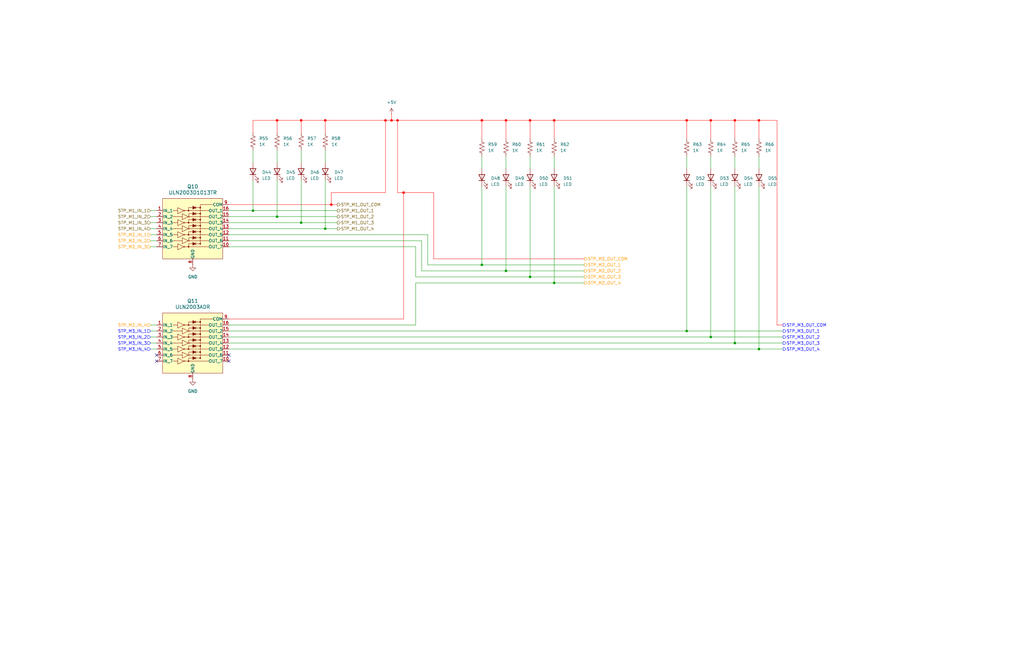
<source format=kicad_sch>
(kicad_sch (version 20231120) (generator "eeschema") (generator_version "8.0")
  (paper "B")
  (title_block (title "BATER-IA") (date "2024-11-03") (rev "001") (company "CETI") (comment 1 "Proyecto de titulacion") (comment 2 "Diseño Electronico y Sistemas Inteligentes"))
  (lib_symbols
    (symbol "Device:LED" (pin_numbers hide) (pin_names (offset 1.016) hide)
      (property "Reference" "D" (at 0 2.54 0))
      (property "Value" "LED" (at 0 -2.54 0))
      (symbol "LED_0_1"
        (polyline (pts (xy -1.27 -1.27) (xy -1.27 1.27)) (stroke (width 0.254)))
        (polyline (pts (xy -1.27 0) (xy 1.27 0)))
        (polyline (pts (xy 1.27 -1.27) (xy 1.27 1.27) (xy -1.27 0) (xy 1.27 -1.27)) (stroke (width 0.254)))
        (polyline (pts (xy -3.048 -0.762) (xy -4.572 -2.286) (xy -3.81 -2.286) (xy -4.572 -2.286) (xy -4.572 -1.524)))
        (polyline (pts (xy -1.778 -0.762) (xy -3.302 -2.286) (xy -2.54 -2.286) (xy -3.302 -2.286) (xy -3.302 -1.524)))
      )
      (symbol "LED_1_1"
        (pin passive line (at -3.81 0 0) (length 2.54) (name "K") (number "1"))
        (pin passive line (at 3.81 0 180) (length 2.54) (name "A") (number "2"))
      )
    )
    (symbol "Device:R_US" (pin_numbers hide) (pin_names (offset 0))
      (property "Reference" "R" (at 2.54 0 90))
      (property "Value" "R_US" (at -2.54 0 90))
      (symbol "R_US_0_1"
        (polyline (pts (xy 0 -2.286) (xy 0 -2.54)))
        (polyline (pts (xy 0 2.286) (xy 0 2.54)))
        (polyline (pts (xy 0 -0.762) (xy 1.016 -1.143) (xy 0 -1.524) (xy -1.016 -1.905) (xy 0 -2.286)))
        (polyline (pts (xy 0 0.762) (xy 1.016 0.381) (xy 0 0) (xy -1.016 -0.381) (xy 0 -0.762)))
        (polyline (pts (xy 0 2.286) (xy 1.016 1.905) (xy 0 1.524) (xy -1.016 1.143) (xy 0 0.762)))
      )
      (symbol "R_US_1_1"
        (pin passive line (at 0 3.81 270) (length 1.27) (name "~") (number "1"))
        (pin passive line (at 0 -3.81 90) (length 1.27) (name "~") (number "2"))
      )
    )
    (symbol "dk_Transistors-Bipolar-BJT-Arrays:ULN2003ADR" (pin_names (offset 0.0254))
      (property "Reference" "Q" (at -11.557 13.716 0))
      (property "Value" "ULN2003ADR" (at 0.6858 -13.716 0))
      (symbol "ULN2003ADR_0_1"
        (polyline (pts (xy -7.62 -7.62) (xy -8.382 -7.62)))
        (polyline (pts (xy -7.62 -5.08) (xy -8.382 -5.08)))
        (polyline (pts (xy -7.62 -2.54) (xy -8.382 -2.54)))
        (polyline (pts (xy -7.62 2.54) (xy -8.382 2.54)))
        (polyline (pts (xy -7.62 5.08) (xy -8.382 5.08)))
        (polyline (pts (xy -7.62 7.62) (xy -8.382 7.62)))
        (polyline (pts (xy -7.366 0) (xy -8.382 0)))
        (polyline (pts (xy 5.08 -5.08) (xy 6.858 -5.08)))
        (polyline (pts (xy 5.08 -2.54) (xy 6.858 -2.54)))
        (polyline (pts (xy 5.08 0) (xy 6.858 0)))
        (polyline (pts (xy 5.08 2.54) (xy 6.858 2.54)))
        (polyline (pts (xy 5.08 5.08) (xy 6.858 5.08)))
        (polyline (pts (xy 5.08 7.62) (xy 6.858 7.62)))
        (polyline (pts (xy 5.08 10.16) (xy 7.62 10.16)))
        (polyline (pts (xy 5.334 -7.62) (xy 6.858 -7.62)))
        (polyline (pts (xy 7.62 10.16) (xy 8.636 10.16)))
      )
      (symbol "ULN2003ADR_1_1"
        (rectangle (start -12.7 12.7) (end 12.7 -12.7) (fill (type background)))
        (circle (center -3.556 -7.62) (radius 0.254))
        (circle (center -3.556 -2.54) (radius 0.254))
        (circle (center -3.556 2.54) (radius 0.254))
        (circle (center -3.556 7.62) (radius 0.254))
        (circle (center -1.778 -7.62) (radius 0.254) (fill (type outline)))
        (circle (center -1.778 -2.54) (radius 0.254) (fill (type outline)))
        (circle (center -1.778 2.54) (radius 0.254) (fill (type outline)))
        (circle (center -1.778 7.62) (radius 0.254) (fill (type outline)))
        (circle (center -1.651 -5.08) (radius 0.254))
        (circle (center -1.651 0) (radius 0.254))
        (circle (center -1.651 5.08) (radius 0.254))
        (polyline (pts (xy -7.62 -5.08) (xy -4.445 -5.08)))
        (polyline (pts (xy -7.62 5.08) (xy -4.445 5.08)))
        (polyline (pts (xy -7.493 0) (xy -4.445 0)))
        (polyline (pts (xy -6.35 -7.62) (xy -7.62 -7.62)))
        (polyline (pts (xy -6.35 -2.54) (xy -7.62 -2.54)))
        (polyline (pts (xy -6.35 2.54) (xy -7.62 2.54)))
        (polyline (pts (xy -6.35 7.62) (xy -7.62 7.62)))
        (polyline (pts (xy -3.302 -7.62) (xy 5.334 -7.62)))
        (polyline (pts (xy -3.302 -2.54) (xy 5.08 -2.54)))
        (polyline (pts (xy -3.302 2.54) (xy 5.08 2.54)))
        (polyline (pts (xy -3.302 7.62) (xy -3.048 7.62)))
        (polyline (pts (xy -3.048 7.62) (xy 5.08 7.62)))
        (polyline (pts (xy -1.397 -5.08) (xy 5.08 -5.08)))
        (polyline (pts (xy -1.397 0) (xy 5.08 0)))
        (polyline (pts (xy -1.397 5.08) (xy 5.08 5.08)))
        (polyline (pts (xy 1.27 -5.715) (xy 1.27 -6.985)))
        (polyline (pts (xy 1.27 -3.81) (xy 3.175 -3.81)))
        (polyline (pts (xy 1.27 -3.175) (xy 1.27 -4.445)))
        (polyline (pts (xy 1.27 -1.27) (xy 3.175 -1.27)))
        (polyline (pts (xy 1.27 -0.635) (xy 1.27 -1.905)))
        (polyline (pts (xy 1.27 1.27) (xy 3.175 1.27)))
        (polyline (pts (xy 1.27 1.905) (xy 1.27 0.635)))
        (polyline (pts (xy 1.27 3.81) (xy 3.175 3.81)))
        (polyline (pts (xy 1.27 4.445) (xy 1.27 3.175)))
        (polyline (pts (xy 1.27 6.35) (xy 3.175 6.35)))
        (polyline (pts (xy 1.27 6.985) (xy 1.27 5.715)))
        (polyline (pts (xy 1.27 8.89) (xy 3.175 8.89)))
        (polyline (pts (xy 1.27 9.525) (xy 1.27 8.255)))
        (polyline (pts (xy 3.175 -6.35) (xy 1.27 -6.35)))
        (polyline (pts (xy -1.778 -7.62) (xy -1.778 -6.35) (xy 0 -6.35)))
        (polyline (pts (xy -1.778 -2.54) (xy -1.778 -1.27) (xy 0 -1.27)))
        (polyline (pts (xy -1.778 2.54) (xy -1.778 3.81) (xy 0 3.81)))
        (polyline (pts (xy -1.651 -4.826) (xy -1.651 -3.81) (xy 0 -3.81)))
        (polyline (pts (xy -1.651 0.254) (xy -1.651 1.27) (xy 0.127 1.27)))
        (polyline (pts (xy -1.651 5.334) (xy -1.651 6.35) (xy 0.127 6.35)))
        (polyline (pts (xy 0 8.89) (xy -1.778 8.89) (xy -1.778 7.62)))
        (polyline (pts (xy 3.175 -6.35) (xy 3.175 10.16) (xy 5.08 10.16)))
        (polyline (pts (xy -6.35 -6.35) (xy -6.35 -8.89) (xy -3.81 -7.62) (xy -6.35 -6.35)))
        (polyline (pts (xy -6.35 -1.27) (xy -6.35 -3.81) (xy -3.81 -2.54) (xy -6.35 -1.27)))
        (polyline (pts (xy -6.35 3.81) (xy -6.35 1.27) (xy -3.81 2.54) (xy -6.35 3.81)))
        (polyline (pts (xy -6.35 8.89) (xy -6.35 6.35) (xy -3.81 7.62) (xy -6.35 8.89)))
        (polyline (pts (xy -4.445 -3.81) (xy -4.445 -6.35) (xy -1.905 -5.08) (xy -4.445 -3.81)))
        (polyline (pts (xy -4.445 1.27) (xy -4.445 -1.27) (xy -1.905 0) (xy -4.445 1.27)))
        (polyline (pts (xy -4.445 6.35) (xy -4.445 3.81) (xy -1.905 5.08) (xy -4.445 6.35)))
        (polyline (pts (xy 0 -5.715) (xy 0 -6.985) (xy 1.27 -6.35) (xy 0 -5.715)) (fill (type outline)))
        (polyline (pts (xy 0 -3.175) (xy 0 -4.445) (xy 1.27 -3.81) (xy 0 -3.175)) (fill (type outline)))
        (polyline (pts (xy 0 -0.635) (xy 0 -1.905) (xy 1.27 -1.27) (xy 0 -0.635)) (fill (type outline)))
        (polyline (pts (xy 0 1.905) (xy 0 0.635) (xy 1.27 1.27) (xy 0 1.905)) (fill (type outline)))
        (polyline (pts (xy 0 4.445) (xy 0 3.175) (xy 1.27 3.81) (xy 0 4.445)) (fill (type outline)))
        (polyline (pts (xy 0 6.985) (xy 0 5.715) (xy 1.27 6.35) (xy 0 6.985)) (fill (type outline)))
        (polyline (pts (xy 0 9.525) (xy 0 8.255) (xy 1.27 8.89) (xy 0 9.525)) (fill (type outline)))
        (circle (center 3.175 -6.35) (radius 0.254) (fill (type outline)))
        (circle (center 3.175 -3.81) (radius 0.254) (fill (type outline)))
        (circle (center 3.175 -1.27) (radius 0.254) (fill (type outline)))
        (circle (center 3.175 1.27) (radius 0.254) (fill (type outline)))
        (circle (center 3.175 3.81) (radius 0.254) (fill (type outline)))
        (circle (center 3.175 6.35) (radius 0.254) (fill (type outline)))
        (circle (center 3.175 8.89) (radius 0.254) (fill (type outline)))
        (pin input line (at -15.24 7.62 0) (length 2.54) (name "IN_1") (number "1"))
        (pin output line (at 15.24 -7.62 180) (length 2.54) (name "OUT_7") (number "10"))
        (pin output line (at 15.24 -5.08 180) (length 2.54) (name "OUT_6") (number "11"))
        (pin output line (at 15.24 -2.54 180) (length 2.54) (name "OUT_5") (number "12"))
        (pin output line (at 15.24 0 180) (length 2.54) (name "OUT_4") (number "13"))
        (pin output line (at 15.24 2.54 180) (length 2.54) (name "OUT_3") (number "14"))
        (pin output line (at 15.24 5.08 180) (length 2.54) (name "OUT_2") (number "15"))
        (pin output line (at 15.24 7.62 180) (length 2.54) (name "OUT_1") (number "16"))
        (pin input line (at -15.24 5.08 0) (length 2.54) (name "IN_2") (number "2"))
        (pin input line (at -15.24 2.54 0) (length 2.54) (name "IN_3") (number "3"))
        (pin input line (at -15.24 0 0) (length 2.54) (name "IN_4") (number "4"))
        (pin input line (at -15.24 -2.54 0) (length 2.54) (name "IN_5") (number "5"))
        (pin input line (at -15.24 -5.08 0) (length 2.54) (name "IN_6") (number "6"))
        (pin input line (at -15.24 -7.62 0) (length 2.54) (name "IN_7") (number "7"))
        (pin power_in line (at 0 -15.24 90) (length 2.54) (name "GND") (number "8"))
        (pin output line (at 15.24 10.16 180) (length 2.54) (name "COM") (number "9"))
      )
    )
    (symbol "dk_Transistors-Bipolar-BJT-Arrays:ULN2003D1013TR" (pin_names (offset 0.0254))
      (property "Reference" "Q" (at -12.7254 13.8176 0))
      (property "Value" "ULN2003D1013TR" (at 0.1778 -13.97 0))
      (symbol "ULN2003D1013TR_0_1"
        (polyline (pts (xy -7.62 -7.62) (xy -8.382 -7.62)))
        (polyline (pts (xy -7.62 -5.08) (xy -8.382 -5.08)))
        (polyline (pts (xy -7.62 -2.54) (xy -8.382 -2.54)))
        (polyline (pts (xy -7.62 2.54) (xy -8.382 2.54)))
        (polyline (pts (xy -7.62 5.08) (xy -8.382 5.08)))
        (polyline (pts (xy -7.62 7.62) (xy -8.382 7.62)))
        (polyline (pts (xy -7.366 0) (xy -8.382 0)))
        (polyline (pts (xy 5.08 -5.08) (xy 6.858 -5.08)))
        (polyline (pts (xy 5.08 -2.54) (xy 6.858 -2.54)))
        (polyline (pts (xy 5.08 0) (xy 6.858 0)))
        (polyline (pts (xy 5.08 2.54) (xy 6.858 2.54)))
        (polyline (pts (xy 5.08 5.08) (xy 6.858 5.08)))
        (polyline (pts (xy 5.08 7.62) (xy 6.858 7.62)))
        (polyline (pts (xy 5.08 10.16) (xy 8.382 10.16)))
        (polyline (pts (xy 5.334 -7.62) (xy 6.858 -7.62)))
      )
      (symbol "ULN2003D1013TR_1_1"
        (rectangle (start -12.7 12.7) (end 12.7 -12.7254) (fill (type background)))
        (circle (center -3.556 -7.62) (radius 0.254))
        (circle (center -3.556 -2.54) (radius 0.254))
        (circle (center -3.556 2.54) (radius 0.254))
        (circle (center -3.556 7.62) (radius 0.254))
        (circle (center -1.778 -7.62) (radius 0.254) (fill (type outline)))
        (circle (center -1.778 -2.54) (radius 0.254) (fill (type outline)))
        (circle (center -1.778 2.54) (radius 0.254) (fill (type outline)))
        (circle (center -1.778 7.62) (radius 0.254) (fill (type outline)))
        (circle (center -1.651 -5.08) (radius 0.254))
        (circle (center -1.651 0) (radius 0.254))
        (circle (center -1.651 5.08) (radius 0.254))
        (polyline (pts (xy -7.62 -5.08) (xy -4.445 -5.08)))
        (polyline (pts (xy -7.62 5.08) (xy -4.445 5.08)))
        (polyline (pts (xy -7.493 0) (xy -4.445 0)))
        (polyline (pts (xy -6.35 -7.62) (xy -7.62 -7.62)))
        (polyline (pts (xy -6.35 -2.54) (xy -7.62 -2.54)))
        (polyline (pts (xy -6.35 2.54) (xy -7.62 2.54)))
        (polyline (pts (xy -6.35 7.62) (xy -7.62 7.62)))
        (polyline (pts (xy -3.302 -7.62) (xy 5.334 -7.62)))
        (polyline (pts (xy -3.302 -2.54) (xy 5.08 -2.54)))
        (polyline (pts (xy -3.302 2.54) (xy 5.08 2.54)))
        (polyline (pts (xy -3.302 7.62) (xy -3.048 7.62)))
        (polyline (pts (xy -3.048 7.62) (xy 5.08 7.62)))
        (polyline (pts (xy -1.397 -5.08) (xy 5.08 -5.08)))
        (polyline (pts (xy -1.397 0) (xy 5.08 0)))
        (polyline (pts (xy -1.397 5.08) (xy 5.08 5.08)))
        (polyline (pts (xy 1.27 -5.715) (xy 1.27 -6.985)))
        (polyline (pts (xy 1.27 -3.81) (xy 3.175 -3.81)))
        (polyline (pts (xy 1.27 -3.175) (xy 1.27 -4.445)))
        (polyline (pts (xy 1.27 -1.27) (xy 3.175 -1.27)))
        (polyline (pts (xy 1.27 -0.635) (xy 1.27 -1.905)))
        (polyline (pts (xy 1.27 1.27) (xy 3.175 1.27)))
        (polyline (pts (xy 1.27 1.905) (xy 1.27 0.635)))
        (polyline (pts (xy 1.27 3.81) (xy 3.175 3.81)))
        (polyline (pts (xy 1.27 4.445) (xy 1.27 3.175)))
        (polyline (pts (xy 1.27 6.35) (xy 3.175 6.35)))
        (polyline (pts (xy 1.27 6.985) (xy 1.27 5.715)))
        (polyline (pts (xy 1.27 8.89) (xy 3.175 8.89)))
        (polyline (pts (xy 1.27 9.525) (xy 1.27 8.255)))
        (polyline (pts (xy 3.175 -6.35) (xy 1.27 -6.35)))
        (polyline (pts (xy -1.778 -7.62) (xy -1.778 -6.35) (xy 0 -6.35)))
        (polyline (pts (xy -1.778 -2.54) (xy -1.778 -1.27) (xy 0 -1.27)))
        (polyline (pts (xy -1.778 2.54) (xy -1.778 3.81) (xy 0 3.81)))
        (polyline (pts (xy -1.651 -4.826) (xy -1.651 -3.81) (xy 0 -3.81)))
        (polyline (pts (xy -1.651 0.254) (xy -1.651 1.27) (xy 0.127 1.27)))
        (polyline (pts (xy -1.651 5.334) (xy -1.651 6.35) (xy 0.127 6.35)))
        (polyline (pts (xy 0 8.89) (xy -1.778 8.89) (xy -1.778 7.62)))
        (polyline (pts (xy 3.175 -6.35) (xy 3.175 10.16) (xy 5.08 10.16)))
        (polyline (pts (xy -6.35 -6.35) (xy -6.35 -8.89) (xy -3.81 -7.62) (xy -6.35 -6.35)))
        (polyline (pts (xy -6.35 -1.27) (xy -6.35 -3.81) (xy -3.81 -2.54) (xy -6.35 -1.27)))
        (polyline (pts (xy -6.35 3.81) (xy -6.35 1.27) (xy -3.81 2.54) (xy -6.35 3.81)))
        (polyline (pts (xy -6.35 8.89) (xy -6.35 6.35) (xy -3.81 7.62) (xy -6.35 8.89)))
        (polyline (pts (xy -4.445 -3.81) (xy -4.445 -6.35) (xy -1.905 -5.08) (xy -4.445 -3.81)))
        (polyline (pts (xy -4.445 1.27) (xy -4.445 -1.27) (xy -1.905 0) (xy -4.445 1.27)))
        (polyline (pts (xy -4.445 6.35) (xy -4.445 3.81) (xy -1.905 5.08) (xy -4.445 6.35)))
        (polyline (pts (xy 0 -5.715) (xy 0 -6.985) (xy 1.27 -6.35) (xy 0 -5.715)) (fill (type outline)))
        (polyline (pts (xy 0 -3.175) (xy 0 -4.445) (xy 1.27 -3.81) (xy 0 -3.175)) (fill (type outline)))
        (polyline (pts (xy 0 -0.635) (xy 0 -1.905) (xy 1.27 -1.27) (xy 0 -0.635)) (fill (type outline)))
        (polyline (pts (xy 0 1.905) (xy 0 0.635) (xy 1.27 1.27) (xy 0 1.905)) (fill (type outline)))
        (polyline (pts (xy 0 4.445) (xy 0 3.175) (xy 1.27 3.81) (xy 0 4.445)) (fill (type outline)))
        (polyline (pts (xy 0 6.985) (xy 0 5.715) (xy 1.27 6.35) (xy 0 6.985)) (fill (type outline)))
        (polyline (pts (xy 0 9.525) (xy 0 8.255) (xy 1.27 8.89) (xy 0 9.525)) (fill (type outline)))
        (circle (center 3.175 -6.35) (radius 0.254) (fill (type outline)))
        (circle (center 3.175 -3.81) (radius 0.254) (fill (type outline)))
        (circle (center 3.175 -1.27) (radius 0.254) (fill (type outline)))
        (circle (center 3.175 1.27) (radius 0.254) (fill (type outline)))
        (circle (center 3.175 3.81) (radius 0.254) (fill (type outline)))
        (circle (center 3.175 6.35) (radius 0.254) (fill (type outline)))
        (circle (center 3.175 8.89) (radius 0.254) (fill (type outline)))
        (pin input line (at -15.24 7.62 0) (length 2.54) (name "IN_1") (number "1"))
        (pin output line (at 15.24 -7.62 180) (length 2.54) (name "OUT_7") (number "10"))
        (pin output line (at 15.24 -5.08 180) (length 2.54) (name "OUT_6") (number "11"))
        (pin output line (at 15.24 -2.54 180) (length 2.54) (name "OUT_5") (number "12"))
        (pin output line (at 15.24 0 180) (length 2.54) (name "OUT_4") (number "13"))
        (pin output line (at 15.24 2.54 180) (length 2.54) (name "OUT_3") (number "14"))
        (pin output line (at 15.24 5.08 180) (length 2.54) (name "OUT_2") (number "15"))
        (pin output line (at 15.24 7.62 180) (length 2.54) (name "OUT_1") (number "16"))
        (pin input line (at -15.24 5.08 0) (length 2.54) (name "IN_2") (number "2"))
        (pin input line (at -15.24 2.54 0) (length 2.54) (name "IN_3") (number "3"))
        (pin input line (at -15.24 0 0) (length 2.54) (name "IN_4") (number "4"))
        (pin input line (at -15.24 -2.54 0) (length 2.54) (name "IN_5") (number "5"))
        (pin input line (at -15.24 -5.08 0) (length 2.54) (name "IN_6") (number "6"))
        (pin input line (at -15.24 -7.62 0) (length 2.54) (name "IN_7") (number "7"))
        (pin power_in line (at 0 -15.24 90) (length 2.54) (name "GND") (number "8"))
        (pin output line (at 15.24 10.16 180) (length 2.54) (name "COM") (number "9"))
      )
    )
    (symbol "power:+5V" (power) (pin_numbers hide) (pin_names (offset 0) hide)
      (property "Value" "+5V" (at 0 3.556 0))
      (symbol "+5V_0_1"
        (polyline (pts (xy -0.762 1.27) (xy 0 2.54)))
        (polyline (pts (xy 0 0) (xy 0 2.54)))
        (polyline (pts (xy 0 2.54) (xy 0.762 1.27)))
      )
      (symbol "+5V_1_1"
        (pin power_in line (at 0 0 90) (length 0) (name "~") (number "1"))
      )
    )
    (symbol "power:GND" (power) (pin_numbers hide) (pin_names (offset 0) hide)
      (property "Value" "GND" (at 0 -3.81 0))
      (symbol "GND_0_1"
        (polyline (pts (xy 0 0) (xy 0 -1.27) (xy 1.27 -1.27) (xy 0 -2.54) (xy -1.27 -1.27) (xy 0 -1.27)))
      )
      (symbol "GND_1_1"
        (pin power_in line (at 0 0 270) (length 0) (name "~") (number "1"))
      )
    )
  )
  (junction (at 127 93.98))
  (junction (at 167.64 50.8) (color 255 0 0 1))
  (junction (at 233.68 119.38))
  (junction (at 309.88 50.8) (color 255 0 0 1))
  (junction (at 289.56 50.8) (color 255 0 0 1))
  (junction (at 309.88 144.78))
  (junction (at 233.68 50.8) (color 255 0 0 1))
  (junction (at 320.04 147.32))
  (junction (at 162.56 50.8) (color 255 0 0 1))
  (junction (at 299.72 50.8) (color 255 0 0 1))
  (junction (at 299.72 142.24))
  (junction (at 137.16 96.52))
  (junction (at 289.56 139.7))
  (junction (at 127 50.8) (color 255 0 0 1))
  (junction (at 203.2 50.8) (color 255 0 0 1))
  (junction (at 106.68 88.9))
  (junction (at 223.52 50.8) (color 255 0 0 1))
  (junction (at 137.16 50.8) (color 255 0 0 1))
  (junction (at 139.7 86.36) (color 255 0 0 1))
  (junction (at 203.2 111.76))
  (junction (at 116.84 50.8) (color 255 0 0 1))
  (junction (at 213.36 50.8) (color 255 0 0 1))
  (junction (at 116.84 91.44))
  (junction (at 170.18 81.28) (color 255 0 0 1))
  (junction (at 213.36 114.3))
  (junction (at 165.1 50.8) (color 255 0 0 1))
  (junction (at 320.04 50.8) (color 255 0 0 1))
  (junction (at 223.52 116.84))
  (no_connect (at 66.04 149.86))
  (no_connect (at 66.04 152.4))
  (no_connect (at 96.52 149.86))
  (no_connect (at 96.52 152.4))
  (wire (pts (xy 223.52 78.74) (xy 223.52 116.84)))
  (wire (pts (xy 165.1 48.26) (xy 165.1 50.8)) (stroke (width 0) (color 255 0 0 1)))
  (wire (pts (xy 213.36 78.74) (xy 213.36 114.3)))
  (wire (pts (xy 233.68 78.74) (xy 233.68 119.38)))
  (wire (pts (xy 106.68 76.2) (xy 106.68 88.9)))
  (wire (pts (xy 167.64 50.8) (xy 203.2 50.8)) (stroke (width 0) (color 255 0 0 1)))
  (wire (pts (xy 175.26 137.16) (xy 175.26 119.38)))
  (wire (pts (xy 139.7 86.36) (xy 139.7 81.28)) (stroke (width 0) (color 255 0 0 1)))
  (wire (pts (xy 289.56 50.8) (xy 299.72 50.8)) (stroke (width 0) (color 255 0 0 1)))
  (wire (pts (xy 63.5 104.14) (xy 66.04 104.14)))
  (wire (pts (xy 203.2 111.76) (xy 246.38 111.76)))
  (wire (pts (xy 127 50.8) (xy 137.16 50.8)) (stroke (width 0) (color 255 0 0 1)))
  (wire (pts (xy 299.72 78.74) (xy 299.72 142.24)))
  (wire (pts (xy 63.5 91.44) (xy 66.04 91.44)))
  (wire (pts (xy 63.5 93.98) (xy 66.04 93.98)))
  (wire (pts (xy 309.88 144.78) (xy 330.2 144.78)))
  (wire (pts (xy 203.2 66.04) (xy 203.2 71.12)))
  (wire (pts (xy 170.18 81.28) (xy 167.64 81.28)) (stroke (width 0) (color 255 0 0 1)))
  (wire (pts (xy 63.5 88.9) (xy 66.04 88.9)))
  (wire (pts (xy 116.84 76.2) (xy 116.84 91.44)))
  (wire (pts (xy 137.16 63.5) (xy 137.16 68.58)))
  (wire (pts (xy 116.84 63.5) (xy 116.84 68.58)))
  (wire (pts (xy 246.38 109.22) (xy 182.88 109.22)) (stroke (width 0) (color 255 0 0 1)))
  (wire (pts (xy 203.2 78.74) (xy 203.2 111.76)))
  (wire (pts (xy 309.88 50.8) (xy 320.04 50.8)) (stroke (width 0) (color 255 0 0 1)))
  (wire (pts (xy 137.16 50.8) (xy 137.16 55.88)) (stroke (width 0) (color 255 0 0 1)))
  (wire (pts (xy 330.2 137.16) (xy 327.66 137.16)) (stroke (width 0) (color 255 0 0 1)))
  (wire (pts (xy 96.52 88.9) (xy 106.68 88.9)))
  (wire (pts (xy 96.52 142.24) (xy 299.72 142.24)))
  (wire (pts (xy 223.52 66.04) (xy 223.52 71.12)))
  (wire (pts (xy 127 50.8) (xy 127 55.88)) (stroke (width 0) (color 255 0 0 1)))
  (wire (pts (xy 137.16 76.2) (xy 137.16 96.52)))
  (wire (pts (xy 180.34 111.76) (xy 203.2 111.76)))
  (wire (pts (xy 299.72 50.8) (xy 299.72 58.42)) (stroke (width 0) (color 255 0 0 1)))
  (wire (pts (xy 177.8 114.3) (xy 177.8 101.6)))
  (wire (pts (xy 139.7 81.28) (xy 162.56 81.28)) (stroke (width 0) (color 255 0 0 1)))
  (wire (pts (xy 96.52 144.78) (xy 309.88 144.78)))
  (wire (pts (xy 139.7 86.36) (xy 142.24 86.36)) (stroke (width 0) (color 255 0 0 1)))
  (wire (pts (xy 223.52 50.8) (xy 223.52 58.42)) (stroke (width 0) (color 255 0 0 1)))
  (wire (pts (xy 165.1 50.8) (xy 167.64 50.8)) (stroke (width 0) (color 255 0 0 1)))
  (wire (pts (xy 96.52 104.14) (xy 175.26 104.14)))
  (wire (pts (xy 63.5 99.06) (xy 66.04 99.06)))
  (wire (pts (xy 63.5 101.6) (xy 66.04 101.6)))
  (wire (pts (xy 320.04 147.32) (xy 330.2 147.32)))
  (wire (pts (xy 127 76.2) (xy 127 93.98)))
  (wire (pts (xy 175.26 119.38) (xy 233.68 119.38)))
  (wire (pts (xy 127 93.98) (xy 142.24 93.98)))
  (wire (pts (xy 96.52 93.98) (xy 127 93.98)))
  (wire (pts (xy 203.2 50.8) (xy 213.36 50.8)) (stroke (width 0) (color 255 0 0 1)))
  (wire (pts (xy 289.56 139.7) (xy 330.2 139.7)))
  (wire (pts (xy 96.52 139.7) (xy 289.56 139.7)))
  (wire (pts (xy 116.84 50.8) (xy 127 50.8)) (stroke (width 0) (color 255 0 0 1)))
  (wire (pts (xy 320.04 78.74) (xy 320.04 147.32)))
  (wire (pts (xy 299.72 66.04) (xy 299.72 71.12)))
  (wire (pts (xy 309.88 50.8) (xy 309.88 58.42)) (stroke (width 0) (color 255 0 0 1)))
  (wire (pts (xy 106.68 88.9) (xy 142.24 88.9)))
  (wire (pts (xy 63.5 96.52) (xy 66.04 96.52)))
  (wire (pts (xy 167.64 50.8) (xy 167.64 81.28)) (stroke (width 0) (color 255 0 0 1)))
  (wire (pts (xy 213.36 66.04) (xy 213.36 71.12)))
  (wire (pts (xy 320.04 50.8) (xy 320.04 58.42)) (stroke (width 0) (color 255 0 0 1)))
  (wire (pts (xy 137.16 50.8) (xy 162.56 50.8)) (stroke (width 0) (color 255 0 0 1)))
  (wire (pts (xy 96.52 137.16) (xy 175.26 137.16)))
  (wire (pts (xy 299.72 50.8) (xy 309.88 50.8)) (stroke (width 0) (color 255 0 0 1)))
  (wire (pts (xy 309.88 78.74) (xy 309.88 144.78)))
  (wire (pts (xy 116.84 91.44) (xy 142.24 91.44)))
  (wire (pts (xy 213.36 50.8) (xy 213.36 58.42)) (stroke (width 0) (color 255 0 0 1)))
  (wire (pts (xy 63.5 147.32) (xy 66.04 147.32)))
  (wire (pts (xy 233.68 50.8) (xy 289.56 50.8)) (stroke (width 0) (color 255 0 0 1)))
  (wire (pts (xy 165.1 50.8) (xy 162.56 50.8)) (stroke (width 0) (color 255 0 0 1)))
  (wire (pts (xy 327.66 50.8) (xy 320.04 50.8)) (stroke (width 0) (color 255 0 0 1)))
  (wire (pts (xy 327.66 137.16) (xy 327.66 50.8)) (stroke (width 0) (color 255 0 0 1)))
  (wire (pts (xy 116.84 50.8) (xy 116.84 55.88)) (stroke (width 0) (color 255 0 0 1)))
  (wire (pts (xy 180.34 99.06) (xy 180.34 111.76)))
  (wire (pts (xy 137.16 96.52) (xy 142.24 96.52)))
  (wire (pts (xy 213.36 50.8) (xy 223.52 50.8)) (stroke (width 0) (color 255 0 0 1)))
  (wire (pts (xy 320.04 66.04) (xy 320.04 71.12)))
  (wire (pts (xy 96.52 147.32) (xy 320.04 147.32)))
  (wire (pts (xy 223.52 50.8) (xy 233.68 50.8)) (stroke (width 0) (color 255 0 0 1)))
  (wire (pts (xy 223.52 116.84) (xy 246.38 116.84)))
  (wire (pts (xy 182.88 81.28) (xy 170.18 81.28)) (stroke (width 0) (color 255 0 0 1)))
  (wire (pts (xy 233.68 50.8) (xy 233.68 58.42)) (stroke (width 0) (color 255 0 0 1)))
  (wire (pts (xy 246.38 114.3) (xy 213.36 114.3)))
  (wire (pts (xy 96.52 134.62) (xy 170.18 134.62)) (stroke (width 0) (color 255 0 0 1)))
  (wire (pts (xy 96.52 101.6) (xy 177.8 101.6)))
  (wire (pts (xy 63.5 139.7) (xy 66.04 139.7)))
  (wire (pts (xy 127 63.5) (xy 127 68.58)))
  (wire (pts (xy 289.56 78.74) (xy 289.56 139.7)))
  (wire (pts (xy 63.5 137.16) (xy 66.04 137.16)))
  (wire (pts (xy 175.26 104.14) (xy 175.26 116.84)))
  (wire (pts (xy 213.36 114.3) (xy 177.8 114.3)))
  (wire (pts (xy 309.88 66.04) (xy 309.88 71.12)))
  (wire (pts (xy 63.5 144.78) (xy 66.04 144.78)))
  (wire (pts (xy 233.68 66.04) (xy 233.68 71.12)))
  (wire (pts (xy 63.5 142.24) (xy 66.04 142.24)))
  (wire (pts (xy 106.68 50.8) (xy 116.84 50.8)) (stroke (width 0) (color 255 0 0 1)))
  (wire (pts (xy 203.2 50.8) (xy 203.2 58.42)) (stroke (width 0) (color 255 0 0 1)))
  (wire (pts (xy 162.56 81.28) (xy 162.56 50.8)) (stroke (width 0) (color 255 0 0 1)))
  (wire (pts (xy 170.18 81.28) (xy 170.18 134.62)) (stroke (width 0) (color 255 0 0 1)))
  (wire (pts (xy 175.26 116.84) (xy 223.52 116.84)))
  (wire (pts (xy 96.52 91.44) (xy 116.84 91.44)))
  (wire (pts (xy 233.68 119.38) (xy 246.38 119.38)))
  (wire (pts (xy 96.52 86.36) (xy 139.7 86.36)) (stroke (width 0) (color 255 0 0 1)))
  (wire (pts (xy 96.52 96.52) (xy 137.16 96.52)))
  (wire (pts (xy 289.56 66.04) (xy 289.56 71.12)))
  (wire (pts (xy 106.68 63.5) (xy 106.68 68.58)))
  (wire (pts (xy 106.68 50.8) (xy 106.68 55.88)) (stroke (width 0) (color 255 0 0 1)))
  (wire (pts (xy 299.72 142.24) (xy 330.2 142.24)))
  (wire (pts (xy 96.52 99.06) (xy 180.34 99.06)))
  (wire (pts (xy 289.56 50.8) (xy 289.56 58.42)) (stroke (width 0) (color 255 0 0 1)))
  (wire (pts (xy 182.88 109.22) (xy 182.88 81.28)) (stroke (width 0) (color 255 0 0 1)))
  (hierarchical_label "STP_M3_OUT_2" (shape output) (at 330.2 142.24 0))
  (hierarchical_label "STP_M3_IN_3" (shape input) (at 63.5 144.78 180))
  (hierarchical_label "STP_M2_OUT_4" (shape output) (at 246.38 119.38 0))
  (hierarchical_label "STP_M1_IN_4" (shape input) (at 63.5 96.52 180))
  (hierarchical_label "STP_M3_IN_1" (shape input) (at 63.5 139.7 180))
  (hierarchical_label "STP_M1_OUT_3" (shape output) (at 142.24 93.98 0))
  (hierarchical_label "STP_M3_OUT_3" (shape output) (at 330.2 144.78 0))
  (hierarchical_label "STP_M1_OUT_2" (shape output) (at 142.24 91.44 0))
  (hierarchical_label "STP_M1_IN_2" (shape input) (at 63.5 91.44 180))
  (hierarchical_label "STP_M2_OUT_2" (shape output) (at 246.38 114.3 0))
  (hierarchical_label "STP_M2_IN_3" (shape input) (at 63.5 104.14 180))
  (hierarchical_label "STP_M1_OUT_4" (shape output) (at 142.24 96.52 0))
  (hierarchical_label "STP_M2_OUT_1" (shape output) (at 246.38 111.76 0))
  (hierarchical_label "STP_M3_OUT_4" (shape output) (at 330.2 147.32 0))
  (hierarchical_label "STP_M3_IN_4" (shape input) (at 63.5 147.32 180))
  (hierarchical_label "STP_M2_OUT_3" (shape output) (at 246.38 116.84 0))
  (hierarchical_label "STP_M2_IN_4" (shape input) (at 63.5 137.16 180))
  (hierarchical_label "STP_M1_IN_3" (shape input) (at 63.5 93.98 180))
  (hierarchical_label "STP_M3_IN_2" (shape input) (at 63.5 142.24 180))
  (hierarchical_label "STP_M2_IN_2" (shape input) (at 63.5 101.6 180))
  (hierarchical_label "STP_M3_OUT_1" (shape output) (at 330.2 139.7 0))
  (hierarchical_label "STP_M2_IN_1" (shape input) (at 63.5 99.06 180))
  (hierarchical_label "STP_M1_OUT_COM" (shape output) (at 142.24 86.36 0))
  (hierarchical_label "STP_M3_OUT_COM" (shape output) (at 330.2 137.16 0))
  (hierarchical_label "STP_M1_OUT_1" (shape output) (at 142.24 88.9 0))
  (hierarchical_label "STP_M1_IN_1" (shape input) (at 63.5 88.9 180))
  (hierarchical_label "STP_M2_OUT_COM" (shape output) (at 246.38 109.22 0))
  (symbol (lib_id "Device:LED") (at 320.04 74.93 90) (unit 1)
    (property "Reference" "D55" (at 323.85 75.2474 90) (effects (justify right)))
    (property "Value" "LED" (at 323.85 77.7874 90) (effects (justify right)))
    (property "Footprint" "LED_THT:LED_D3.0mm" (effects (hide yes)))
    (property "Description" "Light emitting diode" (effects (hide yes)))
  )
  (symbol (lib_id "Device:LED") (at 213.36 74.93 90) (unit 1)
    (property "Reference" "D49" (at 217.17 75.2474 90) (effects (justify right)))
    (property "Value" "LED" (at 217.17 77.7874 90) (effects (justify right)))
    (property "Footprint" "LED_THT:LED_D3.0mm" (effects (hide yes)))
    (property "Description" "Light emitting diode" (effects (hide yes)))
  )
  (symbol (lib_id "Device:LED") (at 127 72.39 90) (unit 1)
    (property "Reference" "D46" (at 130.81 72.7074 90) (effects (justify right)))
    (property "Value" "LED" (at 130.81 75.2474 90) (effects (justify right)))
    (property "Footprint" "LED_THT:LED_D3.0mm" (effects (hide yes)))
    (property "Description" "Light emitting diode" (effects (hide yes)))
  )
  (symbol (lib_id "Device:LED") (at 116.84 72.39 90) (unit 1)
    (property "Reference" "D45" (at 120.65 72.7074 90) (effects (justify right)))
    (property "Value" "LED" (at 120.65 75.2474 90) (effects (justify right)))
    (property "Footprint" "LED_THT:LED_D3.0mm" (effects (hide yes)))
    (property "Description" "Light emitting diode" (effects (hide yes)))
  )
  (symbol (lib_id "Device:LED") (at 203.2 74.93 90) (unit 1)
    (property "Reference" "D48" (at 207.01 75.2474 90) (effects (justify right)))
    (property "Value" "LED" (at 207.01 77.7874 90) (effects (justify right)))
    (property "Footprint" "LED_THT:LED_D3.0mm" (effects (hide yes)))
    (property "Description" "Light emitting diode" (effects (hide yes)))
  )
  (symbol (lib_id "power:+5V") (at 165.1 48.26 0) (unit 1)
    (property "Reference" "#PWR086" (effects (hide yes)))
    (property "Value" "+5V" (at 165.1 43.18 0))
    (property "Description" "Power symbol creates a global label with name \"+5V\"" (effects (hide yes)))
  )
  (symbol (lib_id "Device:R_US") (at 106.68 59.69 0) (unit 1)
    (property "Reference" "R55" (at 109.22 58.4199 0) (effects (justify left)))
    (property "Value" "1K" (at 109.22 60.9599 0) (effects (justify left)))
    (property "Footprint" "Resistor_THT:R_Axial_DIN0204_L3.6mm_D1.6mm_P5.08mm_Horizontal" (effects (hide yes)))
    (property "Description" "Resistor, US symbol" (effects (hide yes)))
  )
  (symbol (lib_id "Device:R_US") (at 137.16 59.69 0) (unit 1)
    (property "Reference" "R58" (at 139.7 58.4199 0) (effects (justify left)))
    (property "Value" "1K" (at 139.7 60.9599 0) (effects (justify left)))
    (property "Footprint" "Resistor_THT:R_Axial_DIN0204_L3.6mm_D1.6mm_P5.08mm_Horizontal" (effects (hide yes)))
    (property "Description" "Resistor, US symbol" (effects (hide yes)))
  )
  (symbol (lib_id "Device:R_US") (at 320.04 62.23 0) (unit 1)
    (property "Reference" "R66" (at 322.58 60.9599 0) (effects (justify left)))
    (property "Value" "1K" (at 322.58 63.4999 0) (effects (justify left)))
    (property "Footprint" "Resistor_THT:R_Axial_DIN0204_L3.6mm_D1.6mm_P5.08mm_Horizontal" (effects (hide yes)))
    (property "Description" "Resistor, US symbol" (effects (hide yes)))
  )
  (symbol (lib_id "Device:R_US") (at 299.72 62.23 0) (unit 1)
    (property "Reference" "R64" (at 302.26 60.9599 0) (effects (justify left)))
    (property "Value" "1K" (at 302.26 63.4999 0) (effects (justify left)))
    (property "Footprint" "Resistor_THT:R_Axial_DIN0204_L3.6mm_D1.6mm_P5.08mm_Horizontal" (effects (hide yes)))
    (property "Description" "Resistor, US symbol" (effects (hide yes)))
  )
  (symbol (lib_id "power:GND") (at 81.28 111.76 0) (unit 1)
    (property "Reference" "#PWR084" (effects (hide yes)))
    (property "Value" "GND" (at 81.28 116.84 0))
    (property "Description" "Power symbol creates a global label with name \"GND\" , ground" (effects (hide yes)))
  )
  (symbol (lib_id "Device:LED") (at 106.68 72.39 90) (unit 1)
    (property "Reference" "D44" (at 110.49 72.7074 90) (effects (justify right)))
    (property "Value" "LED" (at 110.49 75.2474 90) (effects (justify right)))
    (property "Footprint" "LED_THT:LED_D3.0mm" (effects (hide yes)))
    (property "Description" "Light emitting diode" (effects (hide yes)))
  )
  (symbol (lib_id "Device:LED") (at 309.88 74.93 90) (unit 1)
    (property "Reference" "D54" (at 313.69 75.2474 90) (effects (justify right)))
    (property "Value" "LED" (at 313.69 77.7874 90) (effects (justify right)))
    (property "Footprint" "LED_THT:LED_D3.0mm" (effects (hide yes)))
    (property "Description" "Light emitting diode" (effects (hide yes)))
  )
  (symbol (lib_id "Device:LED") (at 137.16 72.39 90) (unit 1)
    (property "Reference" "D47" (at 140.97 72.7074 90) (effects (justify right)))
    (property "Value" "LED" (at 140.97 75.2474 90) (effects (justify right)))
    (property "Footprint" "LED_THT:LED_D3.0mm" (effects (hide yes)))
    (property "Description" "Light emitting diode" (effects (hide yes)))
  )
  (symbol (lib_id "Device:LED") (at 233.68 74.93 90) (unit 1)
    (property "Reference" "D51" (at 237.49 75.2474 90) (effects (justify right)))
    (property "Value" "LED" (at 237.49 77.7874 90) (effects (justify right)))
    (property "Footprint" "LED_THT:LED_D3.0mm" (effects (hide yes)))
    (property "Description" "Light emitting diode" (effects (hide yes)))
  )
  (symbol (lib_id "Device:R_US") (at 223.52 62.23 0) (unit 1)
    (property "Reference" "R61" (at 226.06 60.9599 0) (effects (justify left)))
    (property "Value" "1K" (at 226.06 63.4999 0) (effects (justify left)))
    (property "Footprint" "Resistor_THT:R_Axial_DIN0204_L3.6mm_D1.6mm_P5.08mm_Horizontal" (effects (hide yes)))
    (property "Description" "Resistor, US symbol" (effects (hide yes)))
  )
  (symbol (lib_id "Device:R_US") (at 309.88 62.23 0) (unit 1)
    (property "Reference" "R65" (at 312.42 60.9599 0) (effects (justify left)))
    (property "Value" "1K" (at 312.42 63.4999 0) (effects (justify left)))
    (property "Footprint" "Resistor_THT:R_Axial_DIN0204_L3.6mm_D1.6mm_P5.08mm_Horizontal" (effects (hide yes)))
    (property "Description" "Resistor, US symbol" (effects (hide yes)))
  )
  (symbol (lib_id "Device:R_US") (at 213.36 62.23 0) (unit 1)
    (property "Reference" "R60" (at 215.9 60.9599 0) (effects (justify left)))
    (property "Value" "1K" (at 215.9 63.4999 0) (effects (justify left)))
    (property "Footprint" "Resistor_THT:R_Axial_DIN0204_L3.6mm_D1.6mm_P5.08mm_Horizontal" (effects (hide yes)))
    (property "Description" "Resistor, US symbol" (effects (hide yes)))
  )
  (symbol (lib_id "Device:R_US") (at 116.84 59.69 0) (unit 1)
    (property "Reference" "R56" (at 119.38 58.4199 0) (effects (justify left)))
    (property "Value" "1K" (at 119.38 60.9599 0) (effects (justify left)))
    (property "Footprint" "Resistor_THT:R_Axial_DIN0204_L3.6mm_D1.6mm_P5.08mm_Horizontal" (effects (hide yes)))
    (property "Description" "Resistor, US symbol" (effects (hide yes)))
  )
  (symbol (lib_id "Device:R_US") (at 203.2 62.23 0) (unit 1)
    (property "Reference" "R59" (at 205.74 60.9599 0) (effects (justify left)))
    (property "Value" "1K" (at 205.74 63.4999 0) (effects (justify left)))
    (property "Footprint" "Resistor_THT:R_Axial_DIN0204_L3.6mm_D1.6mm_P5.08mm_Horizontal" (effects (hide yes)))
    (property "Description" "Resistor, US symbol" (effects (hide yes)))
  )
  (symbol (lib_id "Device:R_US") (at 289.56 62.23 0) (unit 1)
    (property "Reference" "R63" (at 292.1 60.9599 0) (effects (justify left)))
    (property "Value" "1K" (at 292.1 63.4999 0) (effects (justify left)))
    (property "Footprint" "Resistor_THT:R_Axial_DIN0204_L3.6mm_D1.6mm_P5.08mm_Horizontal" (effects (hide yes)))
    (property "Description" "Resistor, US symbol" (effects (hide yes)))
  )
  (symbol (lib_id "Device:LED") (at 299.72 74.93 90) (unit 1)
    (property "Reference" "D53" (at 303.53 75.2474 90) (effects (justify right)))
    (property "Value" "LED" (at 303.53 77.7874 90) (effects (justify right)))
    (property "Footprint" "LED_THT:LED_D3.0mm" (effects (hide yes)))
    (property "Description" "Light emitting diode" (effects (hide yes)))
  )
  (symbol (lib_id "Device:R_US") (at 233.68 62.23 0) (unit 1)
    (property "Reference" "R62" (at 236.22 60.9599 0) (effects (justify left)))
    (property "Value" "1K" (at 236.22 63.4999 0) (effects (justify left)))
    (property "Footprint" "Resistor_THT:R_Axial_DIN0204_L3.6mm_D1.6mm_P5.08mm_Horizontal" (effects (hide yes)))
    (property "Description" "Resistor, US symbol" (effects (hide yes)))
  )
  (symbol (lib_id "dk_Transistors-Bipolar-BJT-Arrays:ULN2003D1013TR") (at 81.28 96.52 0) (unit 1)
    (property "Reference" "Q10" (at 81.28 78.74 0) (effects (font (size 1.524 1.524))))
    (property "Value" "ULN2003D1013TR" (at 81.28 81.28 0) (effects (font (size 1.524 1.524))))
    (property "Footprint" "digikey-footprints:SOIC-16_W3.90mm" (effects (hide yes)))
    (property "Datasheet" "http://www.st.com/content/ccc/resource/technical/document/datasheet/f3/6e/c8/64/4d/b3/4e/38/CD00001244.pdf/files/CD00001244.pdf/jcr:content/translations/en.CD00001244.pdf" (effects (hide yes)))
    (property "Description" "IC PWR RELAY 7NPN 1:1 16SO" (effects (hide yes)))
    (property "Digi-Key_PN" "497-2345-1-ND" (effects (hide yes)))
    (property "MPN" "ULN2003D1013TR" (effects (hide yes)))
    (property "Category" "Discrete Semiconductor Products" (effects (hide yes)))
    (property "Family" "Transistors - Bipolar (BJT) - Arrays" (effects (hide yes)))
    (property "DK_Datasheet_Link" "http://www.st.com/content/ccc/resource/technical/document/datasheet/f3/6e/c8/64/4d/b3/4e/38/CD00001244.pdf/files/CD00001244.pdf/jcr:content/translations/en.CD00001244.pdf" (effects (hide yes)))
    (property "DK_Detail_Page" "/product-detail/en/stmicroelectronics/ULN2003D1013TR/497-2345-1-ND/599201" (effects (hide yes)))
    (property "Description_1" "IC PWR RELAY 7NPN 1:1 16SO" (effects (hide yes)))
    (property "Manufacturer" "STMicroelectronics" (effects (hide yes)))
    (property "Status" "Active" (effects (hide yes)))
  )
  (symbol (lib_id "Device:LED") (at 289.56 74.93 90) (unit 1)
    (property "Reference" "D52" (at 293.37 75.2474 90) (effects (justify right)))
    (property "Value" "LED" (at 293.37 77.7874 90) (effects (justify right)))
    (property "Footprint" "LED_THT:LED_D3.0mm" (effects (hide yes)))
    (property "Description" "Light emitting diode" (effects (hide yes)))
  )
  (symbol (lib_id "power:GND") (at 81.28 160.02 0) (unit 1)
    (property "Reference" "#PWR085" (effects (hide yes)))
    (property "Value" "GND" (at 81.28 165.1 0))
    (property "Description" "Power symbol creates a global label with name \"GND\" , ground" (effects (hide yes)))
  )
  (symbol (lib_id "Device:R_US") (at 127 59.69 0) (unit 1)
    (property "Reference" "R57" (at 129.54 58.4199 0) (effects (justify left)))
    (property "Value" "1K" (at 129.54 60.9599 0) (effects (justify left)))
    (property "Footprint" "Resistor_THT:R_Axial_DIN0204_L3.6mm_D1.6mm_P5.08mm_Horizontal" (effects (hide yes)))
    (property "Description" "Resistor, US symbol" (effects (hide yes)))
  )
  (symbol (lib_id "Device:LED") (at 223.52 74.93 90) (unit 1)
    (property "Reference" "D50" (at 227.33 75.2474 90) (effects (justify right)))
    (property "Value" "LED" (at 227.33 77.7874 90) (effects (justify right)))
    (property "Footprint" "LED_THT:LED_D3.0mm" (effects (hide yes)))
    (property "Description" "Light emitting diode" (effects (hide yes)))
  )
  (symbol (lib_id "dk_Transistors-Bipolar-BJT-Arrays:ULN2003ADR") (at 81.28 144.78 0) (unit 1)
    (property "Reference" "Q11" (at 81.28 127 0) (effects (font (size 1.524 1.524))))
    (property "Value" "ULN2003ADR" (at 81.28 129.54 0) (effects (font (size 1.524 1.524))))
    (property "Footprint" "digikey-footprints:SOIC-16_W3.90mm" (effects (hide yes)))
    (property "Datasheet" "http://www.ti.com/general/docs/suppproductinfo.tsp?distId=10&gotoUrl=http%3A%2F%2Fwww.ti.com%2Flit%2Fgpn%2Fuln2003a" (effects (hide yes)))
    (property "Description" "IC PWR RELAY 7NPN 1:1 16SOIC" (effects (hide yes)))
    (property "Digi-Key_PN" "296-1368-1-ND" (effects (hide yes)))
    (property "MPN" "ULN2003ADR" (effects (hide yes)))
    (property "Category" "Discrete Semiconductor Products" (effects (hide yes)))
    (property "Family" "Transistors - Bipolar (BJT) - Arrays" (effects (hide yes)))
    (property "DK_Datasheet_Link" "http://www.ti.com/general/docs/suppproductinfo.tsp?distId=10&gotoUrl=http%3A%2F%2Fwww.ti.com%2Flit%2Fgpn%2Fuln2003a" (effects (hide yes)))
    (property "DK_Detail_Page" "/product-detail/en/texas-instruments/ULN2003ADR/296-1368-1-ND/404968" (effects (hide yes)))
    (property "Description_1" "IC PWR RELAY 7NPN 1:1 16SOIC" (effects (hide yes)))
    (property "Manufacturer" "Texas Instruments" (effects (hide yes)))
    (property "Status" "Active" (effects (hide yes)))
  )
)
</source>
